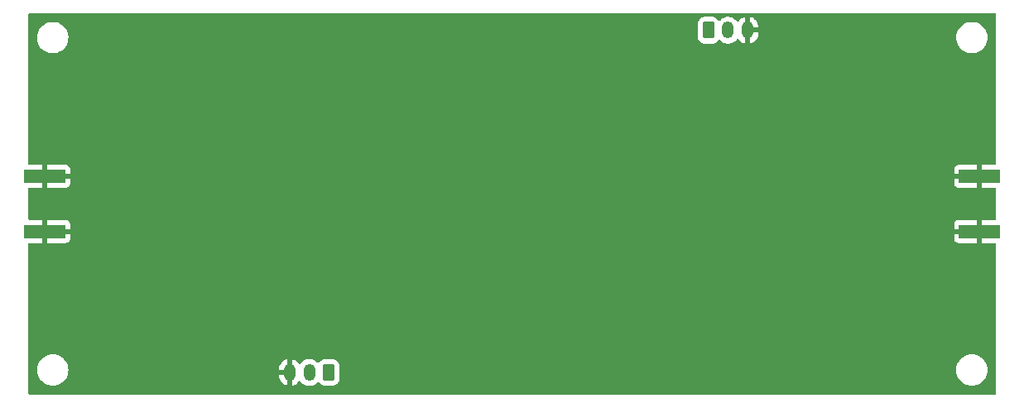
<source format=gbr>
%TF.GenerationSoftware,KiCad,Pcbnew,(6.0.1)*%
%TF.CreationDate,2022-02-11T17:03:31+00:00*%
%TF.ProjectId,Coupler,436f7570-6c65-4722-9e6b-696361645f70,rev?*%
%TF.SameCoordinates,Original*%
%TF.FileFunction,Copper,L2,Bot*%
%TF.FilePolarity,Positive*%
%FSLAX46Y46*%
G04 Gerber Fmt 4.6, Leading zero omitted, Abs format (unit mm)*
G04 Created by KiCad (PCBNEW (6.0.1)) date 2022-02-11 17:03:31*
%MOMM*%
%LPD*%
G01*
G04 APERTURE LIST*
G04 Aperture macros list*
%AMRoundRect*
0 Rectangle with rounded corners*
0 $1 Rounding radius*
0 $2 $3 $4 $5 $6 $7 $8 $9 X,Y pos of 4 corners*
0 Add a 4 corners polygon primitive as box body*
4,1,4,$2,$3,$4,$5,$6,$7,$8,$9,$2,$3,0*
0 Add four circle primitives for the rounded corners*
1,1,$1+$1,$2,$3*
1,1,$1+$1,$4,$5*
1,1,$1+$1,$6,$7*
1,1,$1+$1,$8,$9*
0 Add four rect primitives between the rounded corners*
20,1,$1+$1,$2,$3,$4,$5,0*
20,1,$1+$1,$4,$5,$6,$7,0*
20,1,$1+$1,$6,$7,$8,$9,0*
20,1,$1+$1,$8,$9,$2,$3,0*%
G04 Aperture macros list end*
%TA.AperFunction,ComponentPad*%
%ADD10RoundRect,0.250000X0.350000X0.625000X-0.350000X0.625000X-0.350000X-0.625000X0.350000X-0.625000X0*%
%TD*%
%TA.AperFunction,ComponentPad*%
%ADD11O,1.200000X1.750000*%
%TD*%
%TA.AperFunction,ComponentPad*%
%ADD12RoundRect,0.250000X-0.350000X-0.625000X0.350000X-0.625000X0.350000X0.625000X-0.350000X0.625000X0*%
%TD*%
%TA.AperFunction,SMDPad,CuDef*%
%ADD13R,4.200000X1.350000*%
%TD*%
%TA.AperFunction,ViaPad*%
%ADD14C,0.800000*%
%TD*%
G04 APERTURE END LIST*
D10*
%TO.P,J3,1,Pin_1*%
%TO.N,/Vcc2*%
X131235200Y-137252800D03*
D11*
%TO.P,J3,2,Pin_2*%
%TO.N,Net-(C5-Pad1)*%
X129235200Y-137252800D03*
%TO.P,J3,3,Pin_3*%
%TO.N,GND*%
X127235200Y-137252800D03*
%TD*%
D12*
%TO.P,J4,1,Pin_1*%
%TO.N,/Vcc1*%
X170059600Y-102243800D03*
D11*
%TO.P,J4,2,Pin_2*%
%TO.N,Net-(C6-Pad1)*%
X172059600Y-102243800D03*
%TO.P,J4,3,Pin_3*%
%TO.N,GND*%
X174059600Y-102243800D03*
%TD*%
D13*
%TO.P,J1,2,Ext*%
%TO.N,GND*%
X102200000Y-117175000D03*
X102200000Y-122825000D03*
%TD*%
%TO.P,J2,2,Ext*%
%TO.N,GND*%
X197800000Y-122825000D03*
X197800000Y-117175000D03*
%TD*%
D14*
%TO.N,GND*%
X105359200Y-124663200D03*
X176276000Y-103301800D03*
X194589400Y-124409200D03*
X170535600Y-104851200D03*
X118186200Y-136728200D03*
X113512600Y-136855200D03*
X125492600Y-137252800D03*
X105435400Y-115519200D03*
X112547400Y-103733600D03*
X120523000Y-131749800D03*
X198882000Y-124587000D03*
X188239400Y-104597200D03*
X196951600Y-124536200D03*
X105460800Y-117170200D03*
X167868600Y-103505000D03*
X101015800Y-124815600D03*
X124383800Y-134188200D03*
X112623600Y-105841800D03*
X178816000Y-103225600D03*
X179781200Y-107264200D03*
X188188600Y-135636000D03*
X184327800Y-107391200D03*
X177723800Y-107264200D03*
X120040400Y-134137400D03*
X113258600Y-131927600D03*
X185013600Y-101041200D03*
X176301400Y-101092000D03*
X184607200Y-105918000D03*
X102997000Y-115392200D03*
X170815000Y-108559600D03*
X183413400Y-103149400D03*
X103073200Y-124714000D03*
X194462400Y-115392200D03*
X194487800Y-117170200D03*
X188163200Y-133527800D03*
X165506400Y-108585000D03*
X198678800Y-115366800D03*
X167868600Y-101193600D03*
X101117400Y-115290600D03*
X130378200Y-133477000D03*
X111658400Y-136779000D03*
X181305200Y-103149400D03*
X121920000Y-136880600D03*
X116763800Y-133959600D03*
X127508000Y-134213600D03*
X187604400Y-101117400D03*
X196723000Y-115366800D03*
X126238000Y-131699000D03*
X105435400Y-122961400D03*
X194589400Y-122859800D03*
X169418000Y-106984800D03*
%TD*%
%TA.AperFunction,Conductor*%
%TO.N,GND*%
G36*
X199442121Y-100520002D02*
G01*
X199488614Y-100573658D01*
X199500000Y-100626000D01*
X199500000Y-115866000D01*
X199479998Y-115934121D01*
X199426342Y-115980614D01*
X199374000Y-115992000D01*
X198072115Y-115992000D01*
X198056876Y-115996475D01*
X198055671Y-115997865D01*
X198054000Y-116005548D01*
X198054000Y-118339884D01*
X198058475Y-118355123D01*
X198059865Y-118356328D01*
X198067548Y-118357999D01*
X199374000Y-118357999D01*
X199442121Y-118378001D01*
X199488614Y-118431657D01*
X199500000Y-118483999D01*
X199500000Y-121516000D01*
X199479998Y-121584121D01*
X199426342Y-121630614D01*
X199374000Y-121642000D01*
X198072115Y-121642000D01*
X198056876Y-121646475D01*
X198055671Y-121647865D01*
X198054000Y-121655548D01*
X198054000Y-123989884D01*
X198058475Y-124005123D01*
X198059865Y-124006328D01*
X198067548Y-124007999D01*
X199374000Y-124007999D01*
X199442121Y-124028001D01*
X199488614Y-124081657D01*
X199500000Y-124133999D01*
X199500000Y-139374000D01*
X199479998Y-139442121D01*
X199426342Y-139488614D01*
X199374000Y-139500000D01*
X100626000Y-139500000D01*
X100557879Y-139479998D01*
X100511386Y-139426342D01*
X100500000Y-139374000D01*
X100500000Y-137000000D01*
X101394551Y-137000000D01*
X101414317Y-137251148D01*
X101473127Y-137496111D01*
X101475020Y-137500682D01*
X101475021Y-137500684D01*
X101478247Y-137508471D01*
X101569534Y-137728859D01*
X101701164Y-137943659D01*
X101704376Y-137947419D01*
X101704379Y-137947424D01*
X101769938Y-138024183D01*
X101864776Y-138135224D01*
X101868538Y-138138437D01*
X102052576Y-138295621D01*
X102052581Y-138295624D01*
X102056341Y-138298836D01*
X102271141Y-138430466D01*
X102275711Y-138432359D01*
X102275715Y-138432361D01*
X102427353Y-138495171D01*
X102503889Y-138526873D01*
X102588289Y-138547135D01*
X102744039Y-138584528D01*
X102744045Y-138584529D01*
X102748852Y-138585683D01*
X102834389Y-138592415D01*
X102934661Y-138600307D01*
X102934670Y-138600307D01*
X102937118Y-138600500D01*
X103062882Y-138600500D01*
X103065330Y-138600307D01*
X103065339Y-138600307D01*
X103165611Y-138592415D01*
X103251148Y-138585683D01*
X103255955Y-138584529D01*
X103255961Y-138584528D01*
X103411711Y-138547135D01*
X103496111Y-138526873D01*
X103572647Y-138495171D01*
X103724285Y-138432361D01*
X103724289Y-138432359D01*
X103728859Y-138430466D01*
X103943659Y-138298836D01*
X103947419Y-138295624D01*
X103947424Y-138295621D01*
X104131462Y-138138437D01*
X104135224Y-138135224D01*
X104230062Y-138024183D01*
X104295621Y-137947424D01*
X104295624Y-137947419D01*
X104298836Y-137943659D01*
X104430466Y-137728859D01*
X104493106Y-137577632D01*
X126127200Y-137577632D01*
X126127485Y-137583608D01*
X126141671Y-137732294D01*
X126143930Y-137744028D01*
X126200072Y-137935399D01*
X126204502Y-137946475D01*
X126295819Y-138123778D01*
X126302269Y-138133824D01*
X126425462Y-138290657D01*
X126433699Y-138299306D01*
X126584323Y-138430012D01*
X126594047Y-138436947D01*
X126766667Y-138536810D01*
X126777531Y-138541784D01*
X126965927Y-138607207D01*
X126966916Y-138607448D01*
X126977208Y-138605980D01*
X126981200Y-138592415D01*
X126981200Y-138588202D01*
X127489200Y-138588202D01*
X127493173Y-138601733D01*
X127502599Y-138603088D01*
X127591737Y-138581606D01*
X127603032Y-138577717D01*
X127784582Y-138495171D01*
X127794924Y-138489224D01*
X127957597Y-138373832D01*
X127966625Y-138366039D01*
X128104542Y-138221969D01*
X128111941Y-138212601D01*
X128134209Y-138178114D01*
X128187965Y-138131737D01*
X128258260Y-138121784D01*
X128322777Y-138151417D01*
X128339146Y-138168630D01*
X128430918Y-138285462D01*
X128430922Y-138285467D01*
X128434624Y-138290179D01*
X128439154Y-138294110D01*
X128439155Y-138294111D01*
X128588698Y-138423879D01*
X128588703Y-138423883D01*
X128593229Y-138427810D01*
X128774999Y-138532966D01*
X128847666Y-138558200D01*
X128967709Y-138599886D01*
X128967711Y-138599886D01*
X128973374Y-138601853D01*
X128979309Y-138602714D01*
X128979311Y-138602714D01*
X129175256Y-138631125D01*
X129175259Y-138631125D01*
X129181196Y-138631986D01*
X129390967Y-138622277D01*
X129541198Y-138586071D01*
X129589285Y-138574482D01*
X129589287Y-138574481D01*
X129595118Y-138573076D01*
X129600576Y-138570594D01*
X129600580Y-138570593D01*
X129780826Y-138488640D01*
X129786281Y-138486160D01*
X129957560Y-138364663D01*
X130055373Y-138262486D01*
X130116928Y-138227110D01*
X130187838Y-138230629D01*
X130245588Y-138271925D01*
X130253526Y-138283301D01*
X130293034Y-138347145D01*
X130416889Y-138470784D01*
X130565866Y-138562614D01*
X130572814Y-138564919D01*
X130572815Y-138564919D01*
X130725441Y-138615544D01*
X130725443Y-138615545D01*
X130731972Y-138617710D01*
X130835334Y-138628300D01*
X131635066Y-138628300D01*
X131638312Y-138627963D01*
X131638316Y-138627963D01*
X131732861Y-138618153D01*
X131732865Y-138618152D01*
X131739719Y-138617441D01*
X131746255Y-138615260D01*
X131746257Y-138615260D01*
X131898781Y-138564374D01*
X131905729Y-138562056D01*
X132054545Y-138469966D01*
X132178184Y-138346111D01*
X132270014Y-138197134D01*
X132290549Y-138135224D01*
X132322944Y-138037559D01*
X132322945Y-138037557D01*
X132325110Y-138031028D01*
X132335700Y-137927666D01*
X132335700Y-137000000D01*
X195394551Y-137000000D01*
X195414317Y-137251148D01*
X195473127Y-137496111D01*
X195475020Y-137500682D01*
X195475021Y-137500684D01*
X195478247Y-137508471D01*
X195569534Y-137728859D01*
X195701164Y-137943659D01*
X195704376Y-137947419D01*
X195704379Y-137947424D01*
X195769938Y-138024183D01*
X195864776Y-138135224D01*
X195868538Y-138138437D01*
X196052576Y-138295621D01*
X196052581Y-138295624D01*
X196056341Y-138298836D01*
X196271141Y-138430466D01*
X196275711Y-138432359D01*
X196275715Y-138432361D01*
X196427353Y-138495171D01*
X196503889Y-138526873D01*
X196588289Y-138547135D01*
X196744039Y-138584528D01*
X196744045Y-138584529D01*
X196748852Y-138585683D01*
X196834389Y-138592415D01*
X196934661Y-138600307D01*
X196934670Y-138600307D01*
X196937118Y-138600500D01*
X197062882Y-138600500D01*
X197065330Y-138600307D01*
X197065339Y-138600307D01*
X197165611Y-138592415D01*
X197251148Y-138585683D01*
X197255955Y-138584529D01*
X197255961Y-138584528D01*
X197411711Y-138547135D01*
X197496111Y-138526873D01*
X197572647Y-138495171D01*
X197724285Y-138432361D01*
X197724289Y-138432359D01*
X197728859Y-138430466D01*
X197943659Y-138298836D01*
X197947419Y-138295624D01*
X197947424Y-138295621D01*
X198131462Y-138138437D01*
X198135224Y-138135224D01*
X198230062Y-138024183D01*
X198295621Y-137947424D01*
X198295624Y-137947419D01*
X198298836Y-137943659D01*
X198430466Y-137728859D01*
X198521754Y-137508471D01*
X198524979Y-137500684D01*
X198524980Y-137500682D01*
X198526873Y-137496111D01*
X198585683Y-137251148D01*
X198605449Y-137000000D01*
X198585683Y-136748852D01*
X198526873Y-136503889D01*
X198524979Y-136499316D01*
X198432361Y-136275715D01*
X198432359Y-136275711D01*
X198430466Y-136271141D01*
X198298836Y-136056341D01*
X198295624Y-136052581D01*
X198295621Y-136052576D01*
X198146201Y-135877628D01*
X198135224Y-135864776D01*
X198117052Y-135849256D01*
X197947424Y-135704379D01*
X197947419Y-135704376D01*
X197943659Y-135701164D01*
X197728859Y-135569534D01*
X197724289Y-135567641D01*
X197724285Y-135567639D01*
X197500684Y-135475021D01*
X197500682Y-135475020D01*
X197496111Y-135473127D01*
X197411711Y-135452865D01*
X197255961Y-135415472D01*
X197255955Y-135415471D01*
X197251148Y-135414317D01*
X197162851Y-135407368D01*
X197065339Y-135399693D01*
X197065330Y-135399693D01*
X197062882Y-135399500D01*
X196937118Y-135399500D01*
X196934670Y-135399693D01*
X196934661Y-135399693D01*
X196837149Y-135407368D01*
X196748852Y-135414317D01*
X196744045Y-135415471D01*
X196744039Y-135415472D01*
X196588289Y-135452865D01*
X196503889Y-135473127D01*
X196499318Y-135475020D01*
X196499316Y-135475021D01*
X196275715Y-135567639D01*
X196275711Y-135567641D01*
X196271141Y-135569534D01*
X196056341Y-135701164D01*
X196052581Y-135704376D01*
X196052576Y-135704379D01*
X195882948Y-135849256D01*
X195864776Y-135864776D01*
X195853799Y-135877628D01*
X195704379Y-136052576D01*
X195704376Y-136052581D01*
X195701164Y-136056341D01*
X195569534Y-136271141D01*
X195567641Y-136275711D01*
X195567639Y-136275715D01*
X195475021Y-136499316D01*
X195473127Y-136503889D01*
X195414317Y-136748852D01*
X195394551Y-137000000D01*
X132335700Y-137000000D01*
X132335700Y-136577934D01*
X132335363Y-136574684D01*
X132325553Y-136480139D01*
X132325552Y-136480135D01*
X132324841Y-136473281D01*
X132294852Y-136383391D01*
X132271774Y-136314219D01*
X132269456Y-136307271D01*
X132177366Y-136158455D01*
X132053511Y-136034816D01*
X131904534Y-135942986D01*
X131847276Y-135923994D01*
X131744959Y-135890056D01*
X131744957Y-135890055D01*
X131738428Y-135887890D01*
X131635066Y-135877300D01*
X130835334Y-135877300D01*
X130832088Y-135877637D01*
X130832084Y-135877637D01*
X130737539Y-135887447D01*
X130737535Y-135887448D01*
X130730681Y-135888159D01*
X130724145Y-135890340D01*
X130724143Y-135890340D01*
X130623270Y-135923994D01*
X130564671Y-135943544D01*
X130415855Y-136035634D01*
X130292216Y-136159489D01*
X130288376Y-136165719D01*
X130288375Y-136165720D01*
X130254919Y-136219996D01*
X130202147Y-136267489D01*
X130132075Y-136278913D01*
X130066951Y-136250639D01*
X130048576Y-136231716D01*
X130035776Y-136215421D01*
X129977306Y-136164683D01*
X129881702Y-136081721D01*
X129881697Y-136081717D01*
X129877171Y-136077790D01*
X129695401Y-135972634D01*
X129524205Y-135913185D01*
X129502691Y-135905714D01*
X129502689Y-135905714D01*
X129497026Y-135903747D01*
X129491091Y-135902886D01*
X129491089Y-135902886D01*
X129295144Y-135874475D01*
X129295141Y-135874475D01*
X129289204Y-135873614D01*
X129079433Y-135883323D01*
X128955526Y-135913185D01*
X128881115Y-135931118D01*
X128881113Y-135931119D01*
X128875282Y-135932524D01*
X128869824Y-135935006D01*
X128869820Y-135935007D01*
X128753470Y-135987908D01*
X128684119Y-136019440D01*
X128512840Y-136140937D01*
X128445301Y-136211489D01*
X128383819Y-136275715D01*
X128367625Y-136292631D01*
X128353686Y-136314219D01*
X128345396Y-136327058D01*
X128291641Y-136373437D01*
X128221346Y-136383391D01*
X128156828Y-136353760D01*
X128140457Y-136336545D01*
X128044938Y-136214943D01*
X128036701Y-136206294D01*
X127886077Y-136075588D01*
X127876353Y-136068653D01*
X127703733Y-135968790D01*
X127692869Y-135963816D01*
X127504473Y-135898393D01*
X127503484Y-135898152D01*
X127493192Y-135899620D01*
X127489200Y-135913185D01*
X127489200Y-138588202D01*
X126981200Y-138588202D01*
X126981200Y-137524915D01*
X126976725Y-137509676D01*
X126975335Y-137508471D01*
X126967652Y-137506800D01*
X126145315Y-137506800D01*
X126130076Y-137511275D01*
X126128871Y-137512665D01*
X126127200Y-137520348D01*
X126127200Y-137577632D01*
X104493106Y-137577632D01*
X104521754Y-137508471D01*
X104524979Y-137500684D01*
X104524980Y-137500682D01*
X104526873Y-137496111D01*
X104585683Y-137251148D01*
X104605449Y-137000000D01*
X104603929Y-136980685D01*
X126127200Y-136980685D01*
X126131675Y-136995924D01*
X126133065Y-136997129D01*
X126140748Y-136998800D01*
X126963085Y-136998800D01*
X126978324Y-136994325D01*
X126979529Y-136992935D01*
X126981200Y-136985252D01*
X126981200Y-135917398D01*
X126977227Y-135903867D01*
X126967801Y-135902512D01*
X126878663Y-135923994D01*
X126867368Y-135927883D01*
X126685818Y-136010429D01*
X126675476Y-136016376D01*
X126512803Y-136131768D01*
X126503775Y-136139561D01*
X126365858Y-136283631D01*
X126358462Y-136292996D01*
X126250279Y-136460541D01*
X126244783Y-136471145D01*
X126170239Y-136656112D01*
X126166845Y-136667570D01*
X126128343Y-136864728D01*
X126127266Y-136873591D01*
X126127200Y-136876300D01*
X126127200Y-136980685D01*
X104603929Y-136980685D01*
X104585683Y-136748852D01*
X104526873Y-136503889D01*
X104524979Y-136499316D01*
X104432361Y-136275715D01*
X104432359Y-136275711D01*
X104430466Y-136271141D01*
X104298836Y-136056341D01*
X104295624Y-136052581D01*
X104295621Y-136052576D01*
X104146201Y-135877628D01*
X104135224Y-135864776D01*
X104117052Y-135849256D01*
X103947424Y-135704379D01*
X103947419Y-135704376D01*
X103943659Y-135701164D01*
X103728859Y-135569534D01*
X103724289Y-135567641D01*
X103724285Y-135567639D01*
X103500684Y-135475021D01*
X103500682Y-135475020D01*
X103496111Y-135473127D01*
X103411711Y-135452865D01*
X103255961Y-135415472D01*
X103255955Y-135415471D01*
X103251148Y-135414317D01*
X103162851Y-135407368D01*
X103065339Y-135399693D01*
X103065330Y-135399693D01*
X103062882Y-135399500D01*
X102937118Y-135399500D01*
X102934670Y-135399693D01*
X102934661Y-135399693D01*
X102837149Y-135407368D01*
X102748852Y-135414317D01*
X102744045Y-135415471D01*
X102744039Y-135415472D01*
X102588289Y-135452865D01*
X102503889Y-135473127D01*
X102499318Y-135475020D01*
X102499316Y-135475021D01*
X102275715Y-135567639D01*
X102275711Y-135567641D01*
X102271141Y-135569534D01*
X102056341Y-135701164D01*
X102052581Y-135704376D01*
X102052576Y-135704379D01*
X101882948Y-135849256D01*
X101864776Y-135864776D01*
X101853799Y-135877628D01*
X101704379Y-136052576D01*
X101704376Y-136052581D01*
X101701164Y-136056341D01*
X101569534Y-136271141D01*
X101567641Y-136275711D01*
X101567639Y-136275715D01*
X101475021Y-136499316D01*
X101473127Y-136503889D01*
X101414317Y-136748852D01*
X101394551Y-137000000D01*
X100500000Y-137000000D01*
X100500000Y-124134000D01*
X100520002Y-124065879D01*
X100573658Y-124019386D01*
X100626000Y-124008000D01*
X101927885Y-124008000D01*
X101943124Y-124003525D01*
X101944329Y-124002135D01*
X101946000Y-123994452D01*
X101946000Y-123989884D01*
X102454000Y-123989884D01*
X102458475Y-124005123D01*
X102459865Y-124006328D01*
X102467548Y-124007999D01*
X104344669Y-124007999D01*
X104351490Y-124007629D01*
X104402352Y-124002105D01*
X104417604Y-123998479D01*
X104538054Y-123953324D01*
X104553649Y-123944786D01*
X104655724Y-123868285D01*
X104668285Y-123855724D01*
X104744786Y-123753649D01*
X104753324Y-123738054D01*
X104798478Y-123617606D01*
X104802105Y-123602351D01*
X104807631Y-123551486D01*
X104808000Y-123544672D01*
X104808000Y-123544669D01*
X195192001Y-123544669D01*
X195192371Y-123551490D01*
X195197895Y-123602352D01*
X195201521Y-123617604D01*
X195246676Y-123738054D01*
X195255214Y-123753649D01*
X195331715Y-123855724D01*
X195344276Y-123868285D01*
X195446351Y-123944786D01*
X195461946Y-123953324D01*
X195582394Y-123998478D01*
X195597649Y-124002105D01*
X195648514Y-124007631D01*
X195655328Y-124008000D01*
X197527885Y-124008000D01*
X197543124Y-124003525D01*
X197544329Y-124002135D01*
X197546000Y-123994452D01*
X197546000Y-123097115D01*
X197541525Y-123081876D01*
X197540135Y-123080671D01*
X197532452Y-123079000D01*
X195210116Y-123079000D01*
X195194877Y-123083475D01*
X195193672Y-123084865D01*
X195192001Y-123092548D01*
X195192001Y-123544669D01*
X104808000Y-123544669D01*
X104808000Y-123097115D01*
X104803525Y-123081876D01*
X104802135Y-123080671D01*
X104794452Y-123079000D01*
X102472115Y-123079000D01*
X102456876Y-123083475D01*
X102455671Y-123084865D01*
X102454000Y-123092548D01*
X102454000Y-123989884D01*
X101946000Y-123989884D01*
X101946000Y-122552885D01*
X102454000Y-122552885D01*
X102458475Y-122568124D01*
X102459865Y-122569329D01*
X102467548Y-122571000D01*
X104789884Y-122571000D01*
X104805123Y-122566525D01*
X104806328Y-122565135D01*
X104807999Y-122557452D01*
X104807999Y-122552885D01*
X195192000Y-122552885D01*
X195196475Y-122568124D01*
X195197865Y-122569329D01*
X195205548Y-122571000D01*
X197527885Y-122571000D01*
X197543124Y-122566525D01*
X197544329Y-122565135D01*
X197546000Y-122557452D01*
X197546000Y-121660116D01*
X197541525Y-121644877D01*
X197540135Y-121643672D01*
X197532452Y-121642001D01*
X195655331Y-121642001D01*
X195648510Y-121642371D01*
X195597648Y-121647895D01*
X195582396Y-121651521D01*
X195461946Y-121696676D01*
X195446351Y-121705214D01*
X195344276Y-121781715D01*
X195331715Y-121794276D01*
X195255214Y-121896351D01*
X195246676Y-121911946D01*
X195201522Y-122032394D01*
X195197895Y-122047649D01*
X195192369Y-122098514D01*
X195192000Y-122105328D01*
X195192000Y-122552885D01*
X104807999Y-122552885D01*
X104807999Y-122105331D01*
X104807629Y-122098510D01*
X104802105Y-122047648D01*
X104798479Y-122032396D01*
X104753324Y-121911946D01*
X104744786Y-121896351D01*
X104668285Y-121794276D01*
X104655724Y-121781715D01*
X104553649Y-121705214D01*
X104538054Y-121696676D01*
X104417606Y-121651522D01*
X104402351Y-121647895D01*
X104351486Y-121642369D01*
X104344672Y-121642000D01*
X102472115Y-121642000D01*
X102456876Y-121646475D01*
X102455671Y-121647865D01*
X102454000Y-121655548D01*
X102454000Y-122552885D01*
X101946000Y-122552885D01*
X101946000Y-121660116D01*
X101941525Y-121644877D01*
X101940135Y-121643672D01*
X101932452Y-121642001D01*
X100626000Y-121642001D01*
X100557879Y-121621999D01*
X100511386Y-121568343D01*
X100500000Y-121516001D01*
X100500000Y-118484000D01*
X100520002Y-118415879D01*
X100573658Y-118369386D01*
X100626000Y-118358000D01*
X101927885Y-118358000D01*
X101943124Y-118353525D01*
X101944329Y-118352135D01*
X101946000Y-118344452D01*
X101946000Y-118339884D01*
X102454000Y-118339884D01*
X102458475Y-118355123D01*
X102459865Y-118356328D01*
X102467548Y-118357999D01*
X104344669Y-118357999D01*
X104351490Y-118357629D01*
X104402352Y-118352105D01*
X104417604Y-118348479D01*
X104538054Y-118303324D01*
X104553649Y-118294786D01*
X104655724Y-118218285D01*
X104668285Y-118205724D01*
X104744786Y-118103649D01*
X104753324Y-118088054D01*
X104798478Y-117967606D01*
X104802105Y-117952351D01*
X104807631Y-117901486D01*
X104808000Y-117894672D01*
X104808000Y-117894669D01*
X195192001Y-117894669D01*
X195192371Y-117901490D01*
X195197895Y-117952352D01*
X195201521Y-117967604D01*
X195246676Y-118088054D01*
X195255214Y-118103649D01*
X195331715Y-118205724D01*
X195344276Y-118218285D01*
X195446351Y-118294786D01*
X195461946Y-118303324D01*
X195582394Y-118348478D01*
X195597649Y-118352105D01*
X195648514Y-118357631D01*
X195655328Y-118358000D01*
X197527885Y-118358000D01*
X197543124Y-118353525D01*
X197544329Y-118352135D01*
X197546000Y-118344452D01*
X197546000Y-117447115D01*
X197541525Y-117431876D01*
X197540135Y-117430671D01*
X197532452Y-117429000D01*
X195210116Y-117429000D01*
X195194877Y-117433475D01*
X195193672Y-117434865D01*
X195192001Y-117442548D01*
X195192001Y-117894669D01*
X104808000Y-117894669D01*
X104808000Y-117447115D01*
X104803525Y-117431876D01*
X104802135Y-117430671D01*
X104794452Y-117429000D01*
X102472115Y-117429000D01*
X102456876Y-117433475D01*
X102455671Y-117434865D01*
X102454000Y-117442548D01*
X102454000Y-118339884D01*
X101946000Y-118339884D01*
X101946000Y-116902885D01*
X102454000Y-116902885D01*
X102458475Y-116918124D01*
X102459865Y-116919329D01*
X102467548Y-116921000D01*
X104789884Y-116921000D01*
X104805123Y-116916525D01*
X104806328Y-116915135D01*
X104807999Y-116907452D01*
X104807999Y-116902885D01*
X195192000Y-116902885D01*
X195196475Y-116918124D01*
X195197865Y-116919329D01*
X195205548Y-116921000D01*
X197527885Y-116921000D01*
X197543124Y-116916525D01*
X197544329Y-116915135D01*
X197546000Y-116907452D01*
X197546000Y-116010116D01*
X197541525Y-115994877D01*
X197540135Y-115993672D01*
X197532452Y-115992001D01*
X195655331Y-115992001D01*
X195648510Y-115992371D01*
X195597648Y-115997895D01*
X195582396Y-116001521D01*
X195461946Y-116046676D01*
X195446351Y-116055214D01*
X195344276Y-116131715D01*
X195331715Y-116144276D01*
X195255214Y-116246351D01*
X195246676Y-116261946D01*
X195201522Y-116382394D01*
X195197895Y-116397649D01*
X195192369Y-116448514D01*
X195192000Y-116455328D01*
X195192000Y-116902885D01*
X104807999Y-116902885D01*
X104807999Y-116455331D01*
X104807629Y-116448510D01*
X104802105Y-116397648D01*
X104798479Y-116382396D01*
X104753324Y-116261946D01*
X104744786Y-116246351D01*
X104668285Y-116144276D01*
X104655724Y-116131715D01*
X104553649Y-116055214D01*
X104538054Y-116046676D01*
X104417606Y-116001522D01*
X104402351Y-115997895D01*
X104351486Y-115992369D01*
X104344672Y-115992000D01*
X102472115Y-115992000D01*
X102456876Y-115996475D01*
X102455671Y-115997865D01*
X102454000Y-116005548D01*
X102454000Y-116902885D01*
X101946000Y-116902885D01*
X101946000Y-116010116D01*
X101941525Y-115994877D01*
X101940135Y-115993672D01*
X101932452Y-115992001D01*
X100626000Y-115992001D01*
X100557879Y-115971999D01*
X100511386Y-115918343D01*
X100500000Y-115866001D01*
X100500000Y-103000000D01*
X101394551Y-103000000D01*
X101414317Y-103251148D01*
X101415471Y-103255955D01*
X101415472Y-103255961D01*
X101439739Y-103357039D01*
X101473127Y-103496111D01*
X101475020Y-103500682D01*
X101475021Y-103500684D01*
X101525324Y-103622125D01*
X101569534Y-103728859D01*
X101701164Y-103943659D01*
X101704376Y-103947419D01*
X101704379Y-103947424D01*
X101849256Y-104117052D01*
X101864776Y-104135224D01*
X101868538Y-104138437D01*
X102052576Y-104295621D01*
X102052581Y-104295624D01*
X102056341Y-104298836D01*
X102271141Y-104430466D01*
X102275711Y-104432359D01*
X102275715Y-104432361D01*
X102499316Y-104524979D01*
X102503889Y-104526873D01*
X102588289Y-104547135D01*
X102744039Y-104584528D01*
X102744045Y-104584529D01*
X102748852Y-104585683D01*
X102837149Y-104592632D01*
X102934661Y-104600307D01*
X102934670Y-104600307D01*
X102937118Y-104600500D01*
X103062882Y-104600500D01*
X103065330Y-104600307D01*
X103065339Y-104600307D01*
X103162851Y-104592632D01*
X103251148Y-104585683D01*
X103255955Y-104584529D01*
X103255961Y-104584528D01*
X103411711Y-104547135D01*
X103496111Y-104526873D01*
X103500684Y-104524979D01*
X103724285Y-104432361D01*
X103724289Y-104432359D01*
X103728859Y-104430466D01*
X103943659Y-104298836D01*
X103947419Y-104295624D01*
X103947424Y-104295621D01*
X104131462Y-104138437D01*
X104135224Y-104135224D01*
X104150744Y-104117052D01*
X104295621Y-103947424D01*
X104295624Y-103947419D01*
X104298836Y-103943659D01*
X104430466Y-103728859D01*
X104474677Y-103622125D01*
X104524979Y-103500684D01*
X104524980Y-103500682D01*
X104526873Y-103496111D01*
X104560261Y-103357039D01*
X104584528Y-103255961D01*
X104584529Y-103255955D01*
X104585683Y-103251148D01*
X104605449Y-103000000D01*
X104599048Y-102918666D01*
X168959100Y-102918666D01*
X168959437Y-102921912D01*
X168959437Y-102921916D01*
X168967028Y-102995070D01*
X168969959Y-103023319D01*
X168972140Y-103029855D01*
X168972140Y-103029857D01*
X169000893Y-103116039D01*
X169025344Y-103189329D01*
X169117434Y-103338145D01*
X169241289Y-103461784D01*
X169390266Y-103553614D01*
X169397214Y-103555919D01*
X169397215Y-103555919D01*
X169549841Y-103606544D01*
X169549843Y-103606545D01*
X169556372Y-103608710D01*
X169659734Y-103619300D01*
X170459466Y-103619300D01*
X170462712Y-103618963D01*
X170462716Y-103618963D01*
X170557261Y-103609153D01*
X170557265Y-103609152D01*
X170564119Y-103608441D01*
X170570655Y-103606260D01*
X170570657Y-103606260D01*
X170723181Y-103555374D01*
X170730129Y-103553056D01*
X170878945Y-103460966D01*
X171002584Y-103337111D01*
X171039881Y-103276604D01*
X171092653Y-103229111D01*
X171162725Y-103217687D01*
X171227849Y-103245961D01*
X171246224Y-103264884D01*
X171259024Y-103281179D01*
X171263554Y-103285110D01*
X171263555Y-103285111D01*
X171413098Y-103414879D01*
X171413103Y-103414883D01*
X171417629Y-103418810D01*
X171599399Y-103523966D01*
X171672066Y-103549200D01*
X171792109Y-103590886D01*
X171792111Y-103590886D01*
X171797774Y-103592853D01*
X171803709Y-103593714D01*
X171803711Y-103593714D01*
X171999656Y-103622125D01*
X171999659Y-103622125D01*
X172005596Y-103622986D01*
X172215367Y-103613277D01*
X172356755Y-103579202D01*
X172413685Y-103565482D01*
X172413687Y-103565481D01*
X172419518Y-103564076D01*
X172424976Y-103561594D01*
X172424980Y-103561593D01*
X172569000Y-103496111D01*
X172610681Y-103477160D01*
X172781960Y-103355663D01*
X172927175Y-103203969D01*
X172949405Y-103169541D01*
X173003159Y-103123163D01*
X173073454Y-103113209D01*
X173137972Y-103142840D01*
X173154343Y-103160055D01*
X173249862Y-103281657D01*
X173258099Y-103290306D01*
X173408723Y-103421012D01*
X173418447Y-103427947D01*
X173591067Y-103527810D01*
X173601931Y-103532784D01*
X173790327Y-103598207D01*
X173791316Y-103598448D01*
X173801608Y-103596980D01*
X173805600Y-103583415D01*
X173805600Y-103579202D01*
X174313600Y-103579202D01*
X174317573Y-103592733D01*
X174326999Y-103594088D01*
X174416137Y-103572606D01*
X174427432Y-103568717D01*
X174608982Y-103486171D01*
X174619324Y-103480224D01*
X174781997Y-103364832D01*
X174791025Y-103357039D01*
X174928942Y-103212969D01*
X174936338Y-103203604D01*
X175044521Y-103036059D01*
X175050017Y-103025455D01*
X175060276Y-103000000D01*
X195394551Y-103000000D01*
X195414317Y-103251148D01*
X195415471Y-103255955D01*
X195415472Y-103255961D01*
X195439739Y-103357039D01*
X195473127Y-103496111D01*
X195475020Y-103500682D01*
X195475021Y-103500684D01*
X195525324Y-103622125D01*
X195569534Y-103728859D01*
X195701164Y-103943659D01*
X195704376Y-103947419D01*
X195704379Y-103947424D01*
X195849256Y-104117052D01*
X195864776Y-104135224D01*
X195868538Y-104138437D01*
X196052576Y-104295621D01*
X196052581Y-104295624D01*
X196056341Y-104298836D01*
X196271141Y-104430466D01*
X196275711Y-104432359D01*
X196275715Y-104432361D01*
X196499316Y-104524979D01*
X196503889Y-104526873D01*
X196588289Y-104547135D01*
X196744039Y-104584528D01*
X196744045Y-104584529D01*
X196748852Y-104585683D01*
X196837149Y-104592632D01*
X196934661Y-104600307D01*
X196934670Y-104600307D01*
X196937118Y-104600500D01*
X197062882Y-104600500D01*
X197065330Y-104600307D01*
X197065339Y-104600307D01*
X197162851Y-104592632D01*
X197251148Y-104585683D01*
X197255955Y-104584529D01*
X197255961Y-104584528D01*
X197411711Y-104547135D01*
X197496111Y-104526873D01*
X197500684Y-104524979D01*
X197724285Y-104432361D01*
X197724289Y-104432359D01*
X197728859Y-104430466D01*
X197943659Y-104298836D01*
X197947419Y-104295624D01*
X197947424Y-104295621D01*
X198131462Y-104138437D01*
X198135224Y-104135224D01*
X198150744Y-104117052D01*
X198295621Y-103947424D01*
X198295624Y-103947419D01*
X198298836Y-103943659D01*
X198430466Y-103728859D01*
X198474677Y-103622125D01*
X198524979Y-103500684D01*
X198524980Y-103500682D01*
X198526873Y-103496111D01*
X198560261Y-103357039D01*
X198584528Y-103255961D01*
X198584529Y-103255955D01*
X198585683Y-103251148D01*
X198605449Y-103000000D01*
X198585683Y-102748852D01*
X198526873Y-102503889D01*
X198430466Y-102271141D01*
X198298836Y-102056341D01*
X198295624Y-102052581D01*
X198295621Y-102052576D01*
X198138437Y-101868538D01*
X198135224Y-101864776D01*
X198017589Y-101764306D01*
X197947424Y-101704379D01*
X197947419Y-101704376D01*
X197943659Y-101701164D01*
X197728859Y-101569534D01*
X197724289Y-101567641D01*
X197724285Y-101567639D01*
X197500684Y-101475021D01*
X197500682Y-101475020D01*
X197496111Y-101473127D01*
X197411711Y-101452865D01*
X197255961Y-101415472D01*
X197255955Y-101415471D01*
X197251148Y-101414317D01*
X197162851Y-101407368D01*
X197065339Y-101399693D01*
X197065330Y-101399693D01*
X197062882Y-101399500D01*
X196937118Y-101399500D01*
X196934670Y-101399693D01*
X196934661Y-101399693D01*
X196837149Y-101407368D01*
X196748852Y-101414317D01*
X196744045Y-101415471D01*
X196744039Y-101415472D01*
X196588289Y-101452865D01*
X196503889Y-101473127D01*
X196499318Y-101475020D01*
X196499316Y-101475021D01*
X196275715Y-101567639D01*
X196275711Y-101567641D01*
X196271141Y-101569534D01*
X196056341Y-101701164D01*
X196052581Y-101704376D01*
X196052576Y-101704379D01*
X195982411Y-101764306D01*
X195864776Y-101864776D01*
X195861563Y-101868538D01*
X195704379Y-102052576D01*
X195704376Y-102052581D01*
X195701164Y-102056341D01*
X195569534Y-102271141D01*
X195473127Y-102503889D01*
X195414317Y-102748852D01*
X195394551Y-103000000D01*
X175060276Y-103000000D01*
X175124561Y-102840488D01*
X175127955Y-102829030D01*
X175166457Y-102631872D01*
X175167534Y-102623009D01*
X175167600Y-102620300D01*
X175167600Y-102515915D01*
X175163125Y-102500676D01*
X175161735Y-102499471D01*
X175154052Y-102497800D01*
X174331715Y-102497800D01*
X174316476Y-102502275D01*
X174315271Y-102503665D01*
X174313600Y-102511348D01*
X174313600Y-103579202D01*
X173805600Y-103579202D01*
X173805600Y-101971685D01*
X174313600Y-101971685D01*
X174318075Y-101986924D01*
X174319465Y-101988129D01*
X174327148Y-101989800D01*
X175149485Y-101989800D01*
X175164724Y-101985325D01*
X175165929Y-101983935D01*
X175167600Y-101976252D01*
X175167600Y-101918968D01*
X175167315Y-101912992D01*
X175153129Y-101764306D01*
X175150870Y-101752572D01*
X175094728Y-101561201D01*
X175090298Y-101550125D01*
X174998981Y-101372822D01*
X174992531Y-101362776D01*
X174869338Y-101205943D01*
X174861101Y-101197294D01*
X174710477Y-101066588D01*
X174700753Y-101059653D01*
X174528133Y-100959790D01*
X174517269Y-100954816D01*
X174328873Y-100889393D01*
X174327884Y-100889152D01*
X174317592Y-100890620D01*
X174313600Y-100904185D01*
X174313600Y-101971685D01*
X173805600Y-101971685D01*
X173805600Y-100908398D01*
X173801627Y-100894867D01*
X173792201Y-100893512D01*
X173703063Y-100914994D01*
X173691768Y-100918883D01*
X173510218Y-101001429D01*
X173499876Y-101007376D01*
X173337203Y-101122768D01*
X173328175Y-101130561D01*
X173190258Y-101274631D01*
X173182859Y-101283999D01*
X173160591Y-101318486D01*
X173106835Y-101364863D01*
X173036540Y-101374816D01*
X172972023Y-101345183D01*
X172955654Y-101327970D01*
X172863882Y-101211138D01*
X172863878Y-101211133D01*
X172860176Y-101206421D01*
X172802901Y-101156720D01*
X172706102Y-101072721D01*
X172706097Y-101072717D01*
X172701571Y-101068790D01*
X172519801Y-100963634D01*
X172348605Y-100904185D01*
X172327091Y-100896714D01*
X172327089Y-100896714D01*
X172321426Y-100894747D01*
X172315491Y-100893886D01*
X172315489Y-100893886D01*
X172119544Y-100865475D01*
X172119541Y-100865475D01*
X172113604Y-100864614D01*
X171903833Y-100874323D01*
X171779926Y-100904185D01*
X171705515Y-100922118D01*
X171705513Y-100922119D01*
X171699682Y-100923524D01*
X171694224Y-100926006D01*
X171694220Y-100926007D01*
X171577870Y-100978908D01*
X171508519Y-101010440D01*
X171337240Y-101131937D01*
X171314511Y-101155680D01*
X171239427Y-101234114D01*
X171177872Y-101269490D01*
X171106962Y-101265971D01*
X171049212Y-101224675D01*
X171041274Y-101213299D01*
X171001766Y-101149455D01*
X170877911Y-101025816D01*
X170728934Y-100933986D01*
X170671676Y-100914994D01*
X170569359Y-100881056D01*
X170569357Y-100881055D01*
X170562828Y-100878890D01*
X170459466Y-100868300D01*
X169659734Y-100868300D01*
X169656488Y-100868637D01*
X169656484Y-100868637D01*
X169561939Y-100878447D01*
X169561935Y-100878448D01*
X169555081Y-100879159D01*
X169548545Y-100881340D01*
X169548543Y-100881340D01*
X169447670Y-100914994D01*
X169389071Y-100934544D01*
X169240255Y-101026634D01*
X169116616Y-101150489D01*
X169024786Y-101299466D01*
X169022481Y-101306414D01*
X169022481Y-101306415D01*
X168986820Y-101413929D01*
X168969690Y-101465572D01*
X168959100Y-101568934D01*
X168959100Y-102918666D01*
X104599048Y-102918666D01*
X104585683Y-102748852D01*
X104526873Y-102503889D01*
X104430466Y-102271141D01*
X104298836Y-102056341D01*
X104295624Y-102052581D01*
X104295621Y-102052576D01*
X104138437Y-101868538D01*
X104135224Y-101864776D01*
X104017589Y-101764306D01*
X103947424Y-101704379D01*
X103947419Y-101704376D01*
X103943659Y-101701164D01*
X103728859Y-101569534D01*
X103724289Y-101567641D01*
X103724285Y-101567639D01*
X103500684Y-101475021D01*
X103500682Y-101475020D01*
X103496111Y-101473127D01*
X103411711Y-101452865D01*
X103255961Y-101415472D01*
X103255955Y-101415471D01*
X103251148Y-101414317D01*
X103162851Y-101407368D01*
X103065339Y-101399693D01*
X103065330Y-101399693D01*
X103062882Y-101399500D01*
X102937118Y-101399500D01*
X102934670Y-101399693D01*
X102934661Y-101399693D01*
X102837149Y-101407368D01*
X102748852Y-101414317D01*
X102744045Y-101415471D01*
X102744039Y-101415472D01*
X102588289Y-101452865D01*
X102503889Y-101473127D01*
X102499318Y-101475020D01*
X102499316Y-101475021D01*
X102275715Y-101567639D01*
X102275711Y-101567641D01*
X102271141Y-101569534D01*
X102056341Y-101701164D01*
X102052581Y-101704376D01*
X102052576Y-101704379D01*
X101982411Y-101764306D01*
X101864776Y-101864776D01*
X101861563Y-101868538D01*
X101704379Y-102052576D01*
X101704376Y-102052581D01*
X101701164Y-102056341D01*
X101569534Y-102271141D01*
X101473127Y-102503889D01*
X101414317Y-102748852D01*
X101394551Y-103000000D01*
X100500000Y-103000000D01*
X100500000Y-100626000D01*
X100520002Y-100557879D01*
X100573658Y-100511386D01*
X100626000Y-100500000D01*
X199374000Y-100500000D01*
X199442121Y-100520002D01*
G37*
%TD.AperFunction*%
%TD*%
M02*

</source>
